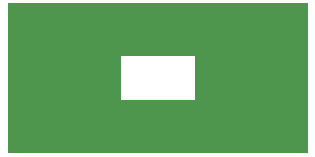
<source format=gbr>
%FSLAX34Y34*%%MOIN*%%ADD10R,1.0X0.5X0.25X0.15*%D10*X0Y0D03*M02*
</source>
